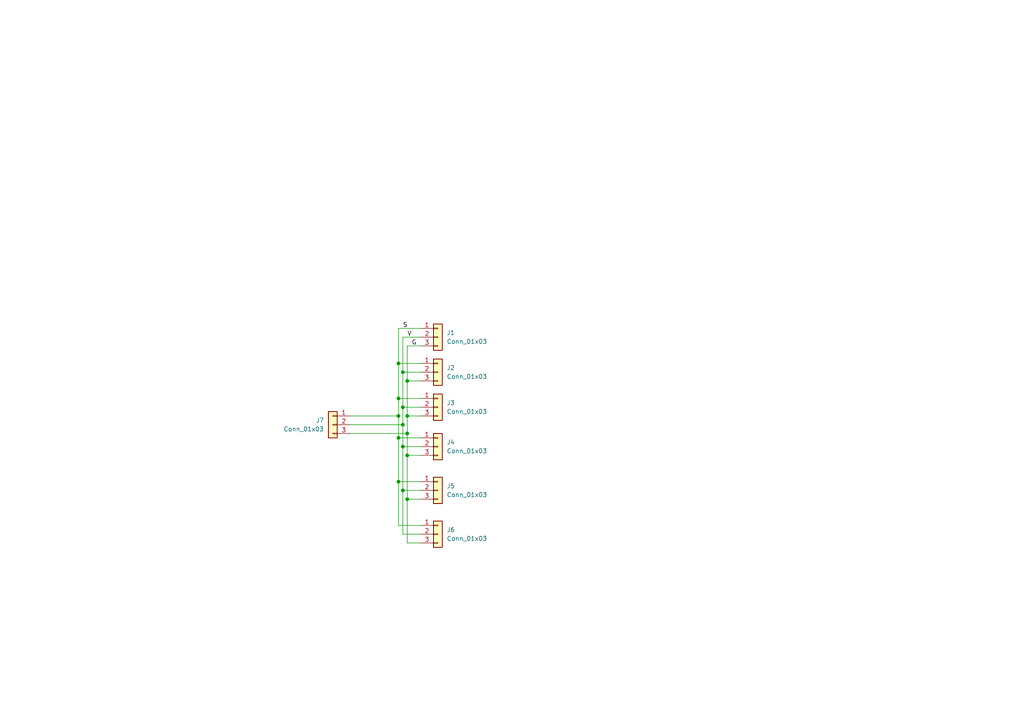
<source format=kicad_sch>
(kicad_sch
	(version 20250114)
	(generator "eeschema")
	(generator_version "9.0")
	(uuid "ca3fc262-f87a-4a88-a5fa-f104077f2ad7")
	(paper "A4")
	(title_block
		(title "JST XH 3-pin 2.54mm male header adapter")
		(date "2025-06-10")
	)
	(lib_symbols
		(symbol "Conn_01x03_1"
			(pin_names
				(offset 1.016)
				(hide yes)
			)
			(exclude_from_sim no)
			(in_bom yes)
			(on_board yes)
			(property "Reference" "J"
				(at 0 5.08 0)
				(effects
					(font
						(size 1.27 1.27)
					)
				)
			)
			(property "Value" "Conn_01x03"
				(at 0 -5.08 0)
				(effects
					(font
						(size 1.27 1.27)
					)
				)
			)
			(property "Footprint" ""
				(at 0 0 0)
				(effects
					(font
						(size 1.27 1.27)
					)
					(hide yes)
				)
			)
			(property "Datasheet" "~"
				(at 0 0 0)
				(effects
					(font
						(size 1.27 1.27)
					)
					(hide yes)
				)
			)
			(property "Description" "Generic connector, single row, 01x03, script generated (kicad-library-utils/schlib/autogen/connector/)"
				(at 0 0 0)
				(effects
					(font
						(size 1.27 1.27)
					)
					(hide yes)
				)
			)
			(property "ki_keywords" "connector"
				(at 0 0 0)
				(effects
					(font
						(size 1.27 1.27)
					)
					(hide yes)
				)
			)
			(property "ki_fp_filters" "Connector*:*_1x??_*"
				(at 0 0 0)
				(effects
					(font
						(size 1.27 1.27)
					)
					(hide yes)
				)
			)
			(symbol "Conn_01x03_1_1_1"
				(rectangle
					(start -1.27 3.81)
					(end 1.27 -3.81)
					(stroke
						(width 0.254)
						(type default)
					)
					(fill
						(type background)
					)
				)
				(rectangle
					(start -1.27 2.667)
					(end 0 2.413)
					(stroke
						(width 0.1524)
						(type default)
					)
					(fill
						(type none)
					)
				)
				(rectangle
					(start -1.27 0.127)
					(end 0 -0.127)
					(stroke
						(width 0.1524)
						(type default)
					)
					(fill
						(type none)
					)
				)
				(rectangle
					(start -1.27 -2.413)
					(end 0 -2.667)
					(stroke
						(width 0.1524)
						(type default)
					)
					(fill
						(type none)
					)
				)
				(pin passive line
					(at -5.08 2.54 0)
					(length 3.81)
					(name "Pin_1"
						(effects
							(font
								(size 1.27 1.27)
							)
						)
					)
					(number "1"
						(effects
							(font
								(size 1.27 1.27)
							)
						)
					)
				)
				(pin passive line
					(at -5.08 0 0)
					(length 3.81)
					(name "Pin_2"
						(effects
							(font
								(size 1.27 1.27)
							)
						)
					)
					(number "2"
						(effects
							(font
								(size 1.27 1.27)
							)
						)
					)
				)
				(pin passive line
					(at -5.08 -2.54 0)
					(length 3.81)
					(name "Pin_3"
						(effects
							(font
								(size 1.27 1.27)
							)
						)
					)
					(number "3"
						(effects
							(font
								(size 1.27 1.27)
							)
						)
					)
				)
			)
			(embedded_fonts no)
		)
		(symbol "Connector_Generic:Conn_01x03"
			(pin_names
				(offset 1.016)
				(hide yes)
			)
			(exclude_from_sim no)
			(in_bom yes)
			(on_board yes)
			(property "Reference" "J"
				(at 0 5.08 0)
				(effects
					(font
						(size 1.27 1.27)
					)
				)
			)
			(property "Value" "Conn_01x03"
				(at 0 -5.08 0)
				(effects
					(font
						(size 1.27 1.27)
					)
				)
			)
			(property "Footprint" ""
				(at 0 0 0)
				(effects
					(font
						(size 1.27 1.27)
					)
					(hide yes)
				)
			)
			(property "Datasheet" "~"
				(at 0 0 0)
				(effects
					(font
						(size 1.27 1.27)
					)
					(hide yes)
				)
			)
			(property "Description" "Generic connector, single row, 01x03, script generated (kicad-library-utils/schlib/autogen/connector/)"
				(at 0 0 0)
				(effects
					(font
						(size 1.27 1.27)
					)
					(hide yes)
				)
			)
			(property "ki_keywords" "connector"
				(at 0 0 0)
				(effects
					(font
						(size 1.27 1.27)
					)
					(hide yes)
				)
			)
			(property "ki_fp_filters" "Connector*:*_1x??_*"
				(at 0 0 0)
				(effects
					(font
						(size 1.27 1.27)
					)
					(hide yes)
				)
			)
			(symbol "Conn_01x03_1_1"
				(rectangle
					(start -1.27 3.81)
					(end 1.27 -3.81)
					(stroke
						(width 0.254)
						(type default)
					)
					(fill
						(type background)
					)
				)
				(rectangle
					(start -1.27 2.667)
					(end 0 2.413)
					(stroke
						(width 0.1524)
						(type default)
					)
					(fill
						(type none)
					)
				)
				(rectangle
					(start -1.27 0.127)
					(end 0 -0.127)
					(stroke
						(width 0.1524)
						(type default)
					)
					(fill
						(type none)
					)
				)
				(rectangle
					(start -1.27 -2.413)
					(end 0 -2.667)
					(stroke
						(width 0.1524)
						(type default)
					)
					(fill
						(type none)
					)
				)
				(pin passive line
					(at -5.08 2.54 0)
					(length 3.81)
					(name "Pin_1"
						(effects
							(font
								(size 1.27 1.27)
							)
						)
					)
					(number "1"
						(effects
							(font
								(size 1.27 1.27)
							)
						)
					)
				)
				(pin passive line
					(at -5.08 0 0)
					(length 3.81)
					(name "Pin_2"
						(effects
							(font
								(size 1.27 1.27)
							)
						)
					)
					(number "2"
						(effects
							(font
								(size 1.27 1.27)
							)
						)
					)
				)
				(pin passive line
					(at -5.08 -2.54 0)
					(length 3.81)
					(name "Pin_3"
						(effects
							(font
								(size 1.27 1.27)
							)
						)
					)
					(number "3"
						(effects
							(font
								(size 1.27 1.27)
							)
						)
					)
				)
			)
			(embedded_fonts no)
		)
	)
	(junction
		(at 115.57 139.7)
		(diameter 0)
		(color 0 0 0 0)
		(uuid "00c18cee-b95d-464f-ae1f-954973882ab8")
	)
	(junction
		(at 115.57 127)
		(diameter 0)
		(color 0 0 0 0)
		(uuid "1c594ef9-dec1-4b1e-b13e-4bd74b9f3e3e")
	)
	(junction
		(at 118.11 132.08)
		(diameter 0)
		(color 0 0 0 0)
		(uuid "212d0548-cf0a-47a8-b27d-13bff206222f")
	)
	(junction
		(at 118.11 125.73)
		(diameter 0)
		(color 0 0 0 0)
		(uuid "34887204-8277-4fcb-b493-4f446115cf3a")
	)
	(junction
		(at 118.11 110.49)
		(diameter 0)
		(color 0 0 0 0)
		(uuid "47bce7f5-c854-4a8e-b627-92b50b80a754")
	)
	(junction
		(at 118.11 144.78)
		(diameter 0)
		(color 0 0 0 0)
		(uuid "610ab11c-034a-4a35-8f09-5c841e3d5fce")
	)
	(junction
		(at 118.11 120.65)
		(diameter 0)
		(color 0 0 0 0)
		(uuid "690c4562-ee4b-4c60-ba76-cf3c5dfe533f")
	)
	(junction
		(at 116.84 107.95)
		(diameter 0)
		(color 0 0 0 0)
		(uuid "7fe1bf0f-bf4f-44e7-8445-93fbb79b37d7")
	)
	(junction
		(at 116.84 142.24)
		(diameter 0)
		(color 0 0 0 0)
		(uuid "9e30c408-3fe8-4282-b259-c93f8c816c1b")
	)
	(junction
		(at 115.57 120.65)
		(diameter 0)
		(color 0 0 0 0)
		(uuid "9fea6ef5-a0ea-41e7-8161-1b16d5197b34")
	)
	(junction
		(at 115.57 115.57)
		(diameter 0)
		(color 0 0 0 0)
		(uuid "b58db945-4f60-4298-ba7a-8c2b27f01ca8")
	)
	(junction
		(at 116.84 129.54)
		(diameter 0)
		(color 0 0 0 0)
		(uuid "c0369061-7c06-4ecf-9aed-d3ca90fb6e51")
	)
	(junction
		(at 116.84 123.19)
		(diameter 0)
		(color 0 0 0 0)
		(uuid "cd9ef958-4cf3-45e8-877b-fbf6a44a2204")
	)
	(junction
		(at 115.57 105.41)
		(diameter 0)
		(color 0 0 0 0)
		(uuid "ce10fb67-753d-4cfd-b7d8-a05aec7db4f4")
	)
	(junction
		(at 116.84 118.11)
		(diameter 0)
		(color 0 0 0 0)
		(uuid "f6751a8f-5fed-485f-97b8-2eaa5edc126b")
	)
	(wire
		(pts
			(xy 115.57 139.7) (xy 115.57 127)
		)
		(stroke
			(width 0)
			(type default)
		)
		(uuid "06340fd7-9d12-4f86-bc42-61decafea353")
	)
	(wire
		(pts
			(xy 116.84 107.95) (xy 116.84 118.11)
		)
		(stroke
			(width 0)
			(type default)
		)
		(uuid "09ac1831-82c2-40ee-a532-e92bacbe5056")
	)
	(wire
		(pts
			(xy 116.84 123.19) (xy 116.84 129.54)
		)
		(stroke
			(width 0)
			(type default)
		)
		(uuid "0a384b64-eef1-436b-aca4-ee0d362370ac")
	)
	(wire
		(pts
			(xy 115.57 120.65) (xy 115.57 127)
		)
		(stroke
			(width 0)
			(type default)
		)
		(uuid "0b4fd911-a7a0-463a-b831-3939b7ee2ecf")
	)
	(wire
		(pts
			(xy 116.84 142.24) (xy 116.84 154.94)
		)
		(stroke
			(width 0)
			(type default)
		)
		(uuid "1918e4f0-ce6b-475f-bcf1-0874e81a5e93")
	)
	(wire
		(pts
			(xy 121.92 157.48) (xy 118.11 157.48)
		)
		(stroke
			(width 0)
			(type default)
		)
		(uuid "253d7cca-a6c0-4415-9c22-117d916a6b73")
	)
	(wire
		(pts
			(xy 121.92 97.79) (xy 116.84 97.79)
		)
		(stroke
			(width 0)
			(type default)
		)
		(uuid "26e9e821-e817-4cb8-b1b8-75d2fb44d66f")
	)
	(wire
		(pts
			(xy 118.11 120.65) (xy 118.11 110.49)
		)
		(stroke
			(width 0)
			(type default)
		)
		(uuid "2bfbbda2-a846-4b9f-a30e-f39e51e35152")
	)
	(wire
		(pts
			(xy 116.84 107.95) (xy 121.92 107.95)
		)
		(stroke
			(width 0)
			(type default)
		)
		(uuid "34749870-c835-4dd1-9dc1-7033ce78570f")
	)
	(wire
		(pts
			(xy 115.57 115.57) (xy 121.92 115.57)
		)
		(stroke
			(width 0)
			(type default)
		)
		(uuid "3dc3f49a-8b23-4654-8cc4-410690969042")
	)
	(wire
		(pts
			(xy 118.11 120.65) (xy 121.92 120.65)
		)
		(stroke
			(width 0)
			(type default)
		)
		(uuid "40b2fca5-0b10-49b7-93b6-972d73390838")
	)
	(wire
		(pts
			(xy 116.84 97.79) (xy 116.84 107.95)
		)
		(stroke
			(width 0)
			(type default)
		)
		(uuid "4400d4c4-6def-4aa0-b63f-a17e3df3d66e")
	)
	(wire
		(pts
			(xy 118.11 110.49) (xy 118.11 100.33)
		)
		(stroke
			(width 0)
			(type default)
		)
		(uuid "4549b49a-0dc8-48d5-a2fe-2e7d20015ff1")
	)
	(wire
		(pts
			(xy 101.6 125.73) (xy 118.11 125.73)
		)
		(stroke
			(width 0)
			(type default)
		)
		(uuid "46e7eef3-8046-4715-bd24-3d03abaa63f0")
	)
	(wire
		(pts
			(xy 115.57 152.4) (xy 115.57 139.7)
		)
		(stroke
			(width 0)
			(type default)
		)
		(uuid "4a1746c4-54b1-48fb-952d-974872f24afa")
	)
	(wire
		(pts
			(xy 121.92 152.4) (xy 115.57 152.4)
		)
		(stroke
			(width 0)
			(type default)
		)
		(uuid "5090c2c9-8439-47dc-9866-6c12317e3d28")
	)
	(wire
		(pts
			(xy 116.84 129.54) (xy 121.92 129.54)
		)
		(stroke
			(width 0)
			(type default)
		)
		(uuid "5d0a3552-78f0-406f-9429-4edef639fc3e")
	)
	(wire
		(pts
			(xy 118.11 157.48) (xy 118.11 144.78)
		)
		(stroke
			(width 0)
			(type default)
		)
		(uuid "8dfd31f6-efd3-4066-9fd7-29f57fb7f5a9")
	)
	(wire
		(pts
			(xy 115.57 115.57) (xy 115.57 105.41)
		)
		(stroke
			(width 0)
			(type default)
		)
		(uuid "99b60c9c-c291-4312-9fa7-5a0f4fd44c3c")
	)
	(wire
		(pts
			(xy 118.11 100.33) (xy 121.92 100.33)
		)
		(stroke
			(width 0)
			(type default)
		)
		(uuid "9a1df5e9-c3c8-4286-93dd-f10010ee4db9")
	)
	(wire
		(pts
			(xy 118.11 132.08) (xy 121.92 132.08)
		)
		(stroke
			(width 0)
			(type default)
		)
		(uuid "9e8defe2-c9ec-42d3-b604-33225df01c4d")
	)
	(wire
		(pts
			(xy 115.57 120.65) (xy 115.57 115.57)
		)
		(stroke
			(width 0)
			(type default)
		)
		(uuid "a1de4527-9fce-404b-bfac-1af0675c5e0a")
	)
	(wire
		(pts
			(xy 116.84 118.11) (xy 116.84 123.19)
		)
		(stroke
			(width 0)
			(type default)
		)
		(uuid "a7cbce48-924f-4933-9f1d-588464feb211")
	)
	(wire
		(pts
			(xy 101.6 123.19) (xy 116.84 123.19)
		)
		(stroke
			(width 0)
			(type default)
		)
		(uuid "aafc4ffb-e451-47e0-993e-3e854802c94d")
	)
	(wire
		(pts
			(xy 118.11 132.08) (xy 118.11 125.73)
		)
		(stroke
			(width 0)
			(type default)
		)
		(uuid "b00f3d47-a75c-4892-a1c4-69be2d09aaf0")
	)
	(wire
		(pts
			(xy 116.84 129.54) (xy 116.84 142.24)
		)
		(stroke
			(width 0)
			(type default)
		)
		(uuid "bc7b8602-9de5-48e4-b98e-fece083b670a")
	)
	(wire
		(pts
			(xy 116.84 154.94) (xy 121.92 154.94)
		)
		(stroke
			(width 0)
			(type default)
		)
		(uuid "be179b6e-0431-445e-90a3-cc0ea6aa0fed")
	)
	(wire
		(pts
			(xy 115.57 139.7) (xy 121.92 139.7)
		)
		(stroke
			(width 0)
			(type default)
		)
		(uuid "c23a93b8-ddc2-4439-88de-f47178976f87")
	)
	(wire
		(pts
			(xy 118.11 144.78) (xy 118.11 132.08)
		)
		(stroke
			(width 0)
			(type default)
		)
		(uuid "c5a3eab2-560b-4a16-b37d-81d608b7d311")
	)
	(wire
		(pts
			(xy 115.57 127) (xy 121.92 127)
		)
		(stroke
			(width 0)
			(type default)
		)
		(uuid "c7fa10b4-09fe-497a-976f-716feb68b5a0")
	)
	(wire
		(pts
			(xy 115.57 105.41) (xy 115.57 95.25)
		)
		(stroke
			(width 0)
			(type default)
		)
		(uuid "cfc6a0b4-d167-4290-b9c6-5dfcc8e8df83")
	)
	(wire
		(pts
			(xy 116.84 142.24) (xy 121.92 142.24)
		)
		(stroke
			(width 0)
			(type default)
		)
		(uuid "d1fb8749-3553-4bc6-816b-7b924922a2ab")
	)
	(wire
		(pts
			(xy 118.11 125.73) (xy 118.11 120.65)
		)
		(stroke
			(width 0)
			(type default)
		)
		(uuid "d7ebba0f-9c0c-4380-a8e1-de8286239155")
	)
	(wire
		(pts
			(xy 115.57 105.41) (xy 121.92 105.41)
		)
		(stroke
			(width 0)
			(type default)
		)
		(uuid "d7f8dc60-c898-4d5f-b0ed-9df26118a926")
	)
	(wire
		(pts
			(xy 101.6 120.65) (xy 115.57 120.65)
		)
		(stroke
			(width 0)
			(type default)
		)
		(uuid "dc616cc5-5bf0-42aa-a958-e2163bd0e2f9")
	)
	(wire
		(pts
			(xy 116.84 118.11) (xy 121.92 118.11)
		)
		(stroke
			(width 0)
			(type default)
		)
		(uuid "e44c084d-a39c-4342-a4d5-9a0593c4a052")
	)
	(wire
		(pts
			(xy 115.57 95.25) (xy 121.92 95.25)
		)
		(stroke
			(width 0)
			(type default)
		)
		(uuid "ef07ca6c-4e44-4545-a6ef-22208c364634")
	)
	(wire
		(pts
			(xy 118.11 144.78) (xy 121.92 144.78)
		)
		(stroke
			(width 0)
			(type default)
		)
		(uuid "f881496e-063f-4d80-af8b-7c321b5a63c2")
	)
	(wire
		(pts
			(xy 118.11 110.49) (xy 121.92 110.49)
		)
		(stroke
			(width 0)
			(type default)
		)
		(uuid "fa97b7f4-bb8d-4df4-b321-2730b0d5e90f")
	)
	(label "G"
		(at 119.38 100.33 0)
		(effects
			(font
				(size 1.27 1.27)
			)
			(justify left bottom)
		)
		(uuid "45819caf-81df-48ec-a718-cd205331fd9d")
	)
	(label "V"
		(at 118.11 97.79 0)
		(effects
			(font
				(size 1.27 1.27)
			)
			(justify left bottom)
		)
		(uuid "5954aca3-0436-4b35-ac35-46a66e6bacb6")
	)
	(label "S"
		(at 116.84 95.25 0)
		(effects
			(font
				(size 1.27 1.27)
			)
			(justify left bottom)
		)
		(uuid "80da1ffe-7849-4065-985a-c45f3256d2fa")
	)
	(symbol
		(lib_id "Connector_Generic:Conn_01x03")
		(at 127 154.94 0)
		(unit 1)
		(exclude_from_sim no)
		(in_bom yes)
		(on_board yes)
		(dnp no)
		(fields_autoplaced yes)
		(uuid "0edae011-400b-4688-bb33-a62f8fef3389")
		(property "Reference" "J6"
			(at 129.54 153.6699 0)
			(effects
				(font
					(size 1.27 1.27)
				)
				(justify left)
			)
		)
		(property "Value" "Conn_01x03"
			(at 129.54 156.2099 0)
			(effects
				(font
					(size 1.27 1.27)
				)
				(justify left)
			)
		)
		(property "Footprint" "Connector_JST:JST_EH_B3B-EH-A_1x03_P2.50mm_Vertical"
			(at 127 154.94 0)
			(effects
				(font
					(size 1.27 1.27)
				)
				(hide yes)
			)
		)
		(property "Datasheet" "~"
			(at 127 154.94 0)
			(effects
				(font
					(size 1.27 1.27)
				)
				(hide yes)
			)
		)
		(property "Description" "Generic connector, single row, 01x03, script generated (kicad-library-utils/schlib/autogen/connector/)"
			(at 127 154.94 0)
			(effects
				(font
					(size 1.27 1.27)
				)
				(hide yes)
			)
		)
		(pin "2"
			(uuid "308fdf68-745a-4331-bf08-1e68797403af")
		)
		(pin "3"
			(uuid "77275cb4-b1d7-4405-b488-a413ef9afa22")
		)
		(pin "1"
			(uuid "9bbfd76a-3ec5-417b-81c0-1d69735d3ccb")
		)
		(instances
			(project "JST Adapter Board"
				(path "/ca3fc262-f87a-4a88-a5fa-f104077f2ad7"
					(reference "J6")
					(unit 1)
				)
			)
		)
	)
	(symbol
		(lib_id "Connector_Generic:Conn_01x03")
		(at 127 142.24 0)
		(unit 1)
		(exclude_from_sim no)
		(in_bom yes)
		(on_board yes)
		(dnp no)
		(fields_autoplaced yes)
		(uuid "1fea6528-b453-421f-a671-4926031cec58")
		(property "Reference" "J5"
			(at 129.54 140.9699 0)
			(effects
				(font
					(size 1.27 1.27)
				)
				(justify left)
			)
		)
		(property "Value" "Conn_01x03"
			(at 129.54 143.5099 0)
			(effects
				(font
					(size 1.27 1.27)
				)
				(justify left)
			)
		)
		(property "Footprint" "Connector_JST:JST_EH_B3B-EH-A_1x03_P2.50mm_Vertical"
			(at 127 142.24 0)
			(effects
				(font
					(size 1.27 1.27)
				)
				(hide yes)
			)
		)
		(property "Datasheet" "~"
			(at 127 142.24 0)
			(effects
				(font
					(size 1.27 1.27)
				)
				(hide yes)
			)
		)
		(property "Description" "Generic connector, single row, 01x03, script generated (kicad-library-utils/schlib/autogen/connector/)"
			(at 127 142.24 0)
			(effects
				(font
					(size 1.27 1.27)
				)
				(hide yes)
			)
		)
		(pin "2"
			(uuid "8b92ea9f-f9ab-4a52-a0d8-8d73cb1e8440")
		)
		(pin "3"
			(uuid "52c2f98b-bee2-4696-be05-a8daeecbf812")
		)
		(pin "1"
			(uuid "449e3af7-e3e1-4ac5-b9be-018049b3682e")
		)
		(instances
			(project "JST Adapter Board"
				(path "/ca3fc262-f87a-4a88-a5fa-f104077f2ad7"
					(reference "J5")
					(unit 1)
				)
			)
		)
	)
	(symbol
		(lib_id "Connector_Generic:Conn_01x03")
		(at 96.52 123.19 0)
		(mirror y)
		(unit 1)
		(exclude_from_sim no)
		(in_bom yes)
		(on_board yes)
		(dnp no)
		(fields_autoplaced yes)
		(uuid "5b63518d-44ee-4043-ad6e-38434f23886d")
		(property "Reference" "J7"
			(at 93.98 121.9199 0)
			(effects
				(font
					(size 1.27 1.27)
				)
				(justify left)
			)
		)
		(property "Value" "Conn_01x03"
			(at 93.98 124.4599 0)
			(effects
				(font
					(size 1.27 1.27)
				)
				(justify left)
			)
		)
		(property "Footprint" "Connector_JST:JST_EH_B3B-EH-A_1x03_P2.50mm_Vertical"
			(at 96.52 123.19 0)
			(effects
				(font
					(size 1.27 1.27)
				)
				(hide yes)
			)
		)
		(property "Datasheet" "~"
			(at 96.52 123.19 0)
			(effects
				(font
					(size 1.27 1.27)
				)
				(hide yes)
			)
		)
		(property "Description" "Generic connector, single row, 01x03, script generated (kicad-library-utils/schlib/autogen/connector/)"
			(at 96.52 123.19 0)
			(effects
				(font
					(size 1.27 1.27)
				)
				(hide yes)
			)
		)
		(pin "2"
			(uuid "fb5daee8-61f9-41c2-8840-33d0a91397e3")
		)
		(pin "3"
			(uuid "cb013e5d-e5fa-4f82-9df8-a5452a495762")
		)
		(pin "1"
			(uuid "d4305a89-c759-4891-8ccc-0cf24043a42a")
		)
		(instances
			(project "JST Adapter Board"
				(path "/ca3fc262-f87a-4a88-a5fa-f104077f2ad7"
					(reference "J7")
					(unit 1)
				)
			)
		)
	)
	(symbol
		(lib_id "Connector_Generic:Conn_01x03")
		(at 127 118.11 0)
		(unit 1)
		(exclude_from_sim no)
		(in_bom yes)
		(on_board yes)
		(dnp no)
		(fields_autoplaced yes)
		(uuid "6ce47dc4-ce7b-4ee6-9216-c9e38e7dd064")
		(property "Reference" "J3"
			(at 129.54 116.8399 0)
			(effects
				(font
					(size 1.27 1.27)
				)
				(justify left)
			)
		)
		(property "Value" "Conn_01x03"
			(at 129.54 119.3799 0)
			(effects
				(font
					(size 1.27 1.27)
				)
				(justify left)
			)
		)
		(property "Footprint" "Connector_JST:JST_EH_B3B-EH-A_1x03_P2.50mm_Vertical"
			(at 127 118.11 0)
			(effects
				(font
					(size 1.27 1.27)
				)
				(hide yes)
			)
		)
		(property "Datasheet" "~"
			(at 127 118.11 0)
			(effects
				(font
					(size 1.27 1.27)
				)
				(hide yes)
			)
		)
		(property "Description" "Generic connector, single row, 01x03, script generated (kicad-library-utils/schlib/autogen/connector/)"
			(at 127 118.11 0)
			(effects
				(font
					(size 1.27 1.27)
				)
				(hide yes)
			)
		)
		(pin "2"
			(uuid "685b453c-7e89-41bb-b1f8-49fd8dea9a22")
		)
		(pin "3"
			(uuid "4fb8c137-188f-48df-b918-c93ec82624c4")
		)
		(pin "1"
			(uuid "e5d5ce95-eb5a-4662-be2b-0c9a27d70c7e")
		)
		(instances
			(project "JST Adapter Board"
				(path "/ca3fc262-f87a-4a88-a5fa-f104077f2ad7"
					(reference "J3")
					(unit 1)
				)
			)
		)
	)
	(symbol
		(lib_name "Conn_01x03_1")
		(lib_id "Connector_Generic:Conn_01x03")
		(at 127 97.79 0)
		(unit 1)
		(exclude_from_sim no)
		(in_bom yes)
		(on_board yes)
		(dnp no)
		(fields_autoplaced yes)
		(uuid "7f188f2e-9f4c-4735-a785-0e48e7a0a183")
		(property "Reference" "J1"
			(at 129.54 96.5199 0)
			(effects
				(font
					(size 1.27 1.27)
				)
				(justify left)
			)
		)
		(property "Value" "Conn_01x03"
			(at 129.54 99.0599 0)
			(effects
				(font
					(size 1.27 1.27)
				)
				(justify left)
			)
		)
		(property "Footprint" "Connector_JST:JST_EH_B3B-EH-A_1x03_P2.50mm_Vertical"
			(at 127 97.79 0)
			(effects
				(font
					(size 1.27 1.27)
				)
				(hide yes)
			)
		)
		(property "Datasheet" "~"
			(at 127 97.79 0)
			(effects
				(font
					(size 1.27 1.27)
				)
				(hide yes)
			)
		)
		(property "Description" "Generic connector, single row, 01x03, script generated (kicad-library-utils/schlib/autogen/connector/)"
			(at 127 97.79 0)
			(effects
				(font
					(size 1.27 1.27)
				)
				(hide yes)
			)
		)
		(pin "2"
			(uuid "ebc00e94-fb08-4577-9789-3686ba8c4e79")
		)
		(pin "3"
			(uuid "80058923-e7dd-44e2-8cf2-15e19992fae1")
		)
		(pin "1"
			(uuid "d6fe6bfc-fc99-4b3f-bc1d-8c66a4f4751b")
		)
		(instances
			(project ""
				(path "/ca3fc262-f87a-4a88-a5fa-f104077f2ad7"
					(reference "J1")
					(unit 1)
				)
			)
		)
	)
	(symbol
		(lib_id "Connector_Generic:Conn_01x03")
		(at 127 107.95 0)
		(unit 1)
		(exclude_from_sim no)
		(in_bom yes)
		(on_board yes)
		(dnp no)
		(fields_autoplaced yes)
		(uuid "d8339cf0-92c1-4ac9-a352-233e567322f4")
		(property "Reference" "J2"
			(at 129.54 106.6799 0)
			(effects
				(font
					(size 1.27 1.27)
				)
				(justify left)
			)
		)
		(property "Value" "Conn_01x03"
			(at 129.54 109.2199 0)
			(effects
				(font
					(size 1.27 1.27)
				)
				(justify left)
			)
		)
		(property "Footprint" "Connector_JST:JST_EH_B3B-EH-A_1x03_P2.50mm_Vertical"
			(at 127 107.95 0)
			(effects
				(font
					(size 1.27 1.27)
				)
				(hide yes)
			)
		)
		(property "Datasheet" "~"
			(at 127 107.95 0)
			(effects
				(font
					(size 1.27 1.27)
				)
				(hide yes)
			)
		)
		(property "Description" "Generic connector, single row, 01x03, script generated (kicad-library-utils/schlib/autogen/connector/)"
			(at 127 107.95 0)
			(effects
				(font
					(size 1.27 1.27)
				)
				(hide yes)
			)
		)
		(pin "2"
			(uuid "74a4ea4a-0258-413d-8297-611d832eac9b")
		)
		(pin "3"
			(uuid "fe3abf7d-3167-478f-b385-523b3981e96e")
		)
		(pin "1"
			(uuid "a4967ca2-6545-4ba5-9181-7558b544fd07")
		)
		(instances
			(project "JST Adapter Board"
				(path "/ca3fc262-f87a-4a88-a5fa-f104077f2ad7"
					(reference "J2")
					(unit 1)
				)
			)
		)
	)
	(symbol
		(lib_id "Connector_Generic:Conn_01x03")
		(at 127 129.54 0)
		(unit 1)
		(exclude_from_sim no)
		(in_bom yes)
		(on_board yes)
		(dnp no)
		(fields_autoplaced yes)
		(uuid "e3d56dec-df20-49bc-a6af-0638c8ef66c9")
		(property "Reference" "J4"
			(at 129.54 128.2699 0)
			(effects
				(font
					(size 1.27 1.27)
				)
				(justify left)
			)
		)
		(property "Value" "Conn_01x03"
			(at 129.54 130.8099 0)
			(effects
				(font
					(size 1.27 1.27)
				)
				(justify left)
			)
		)
		(property "Footprint" "Connector_JST:JST_EH_B3B-EH-A_1x03_P2.50mm_Vertical"
			(at 127 129.54 0)
			(effects
				(font
					(size 1.27 1.27)
				)
				(hide yes)
			)
		)
		(property "Datasheet" "~"
			(at 127 129.54 0)
			(effects
				(font
					(size 1.27 1.27)
				)
				(hide yes)
			)
		)
		(property "Description" "Generic connector, single row, 01x03, script generated (kicad-library-utils/schlib/autogen/connector/)"
			(at 127 129.54 0)
			(effects
				(font
					(size 1.27 1.27)
				)
				(hide yes)
			)
		)
		(pin "2"
			(uuid "686319c7-9ed5-4aa9-8e94-27b10b3b0d12")
		)
		(pin "3"
			(uuid "33d0b987-30fe-43a8-af6b-56784e9d35a1")
		)
		(pin "1"
			(uuid "bd1f6171-f2fb-4c9a-b40c-d0c09db7c986")
		)
		(instances
			(project "JST Adapter Board"
				(path "/ca3fc262-f87a-4a88-a5fa-f104077f2ad7"
					(reference "J4")
					(unit 1)
				)
			)
		)
	)
	(sheet_instances
		(path "/"
			(page "1")
		)
	)
	(embedded_fonts no)
)

</source>
